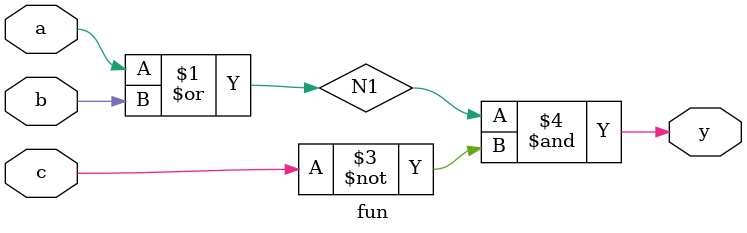
<source format=v>
`timescale 1ns / 1ps


module fun(
    input a,
    input b,
    input c,
    output reg y
    );
    
    wire N1;
    
    assign N1 = a | b;
    always@(N1 or c) y = N1 & ~ c;
    
endmodule

</source>
